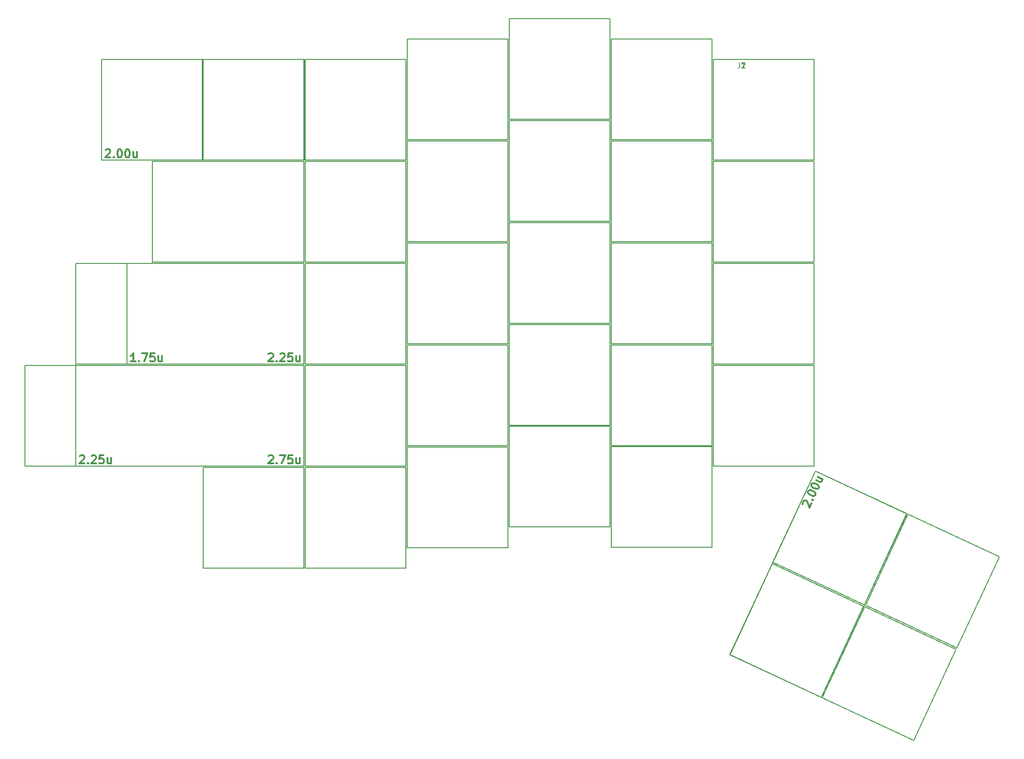
<source format=gbr>
G04 #@! TF.GenerationSoftware,KiCad,Pcbnew,(5.1.5)-3*
G04 #@! TF.CreationDate,2020-01-18T12:56:56+05:30*
G04 #@! TF.ProjectId,ergocape,6572676f-6361-4706-952e-6b696361645f,rev?*
G04 #@! TF.SameCoordinates,Original*
G04 #@! TF.FileFunction,OtherDrawing,Comment*
%FSLAX46Y46*%
G04 Gerber Fmt 4.6, Leading zero omitted, Abs format (unit mm)*
G04 Created by KiCad (PCBNEW (5.1.5)-3) date 2020-01-18 12:56:56*
%MOMM*%
%LPD*%
G04 APERTURE LIST*
%ADD10C,0.152400*%
%ADD11C,0.304800*%
%ADD12C,0.150000*%
G04 APERTURE END LIST*
D10*
X74486820Y-106235500D02*
X74486820Y-87439500D01*
X22350780Y-106235500D02*
X74486820Y-106235500D01*
X22350780Y-87439500D02*
X22350780Y-106235500D01*
X74486820Y-87439500D02*
X22350780Y-87439500D01*
X74739500Y-49085500D02*
X74739500Y-30289500D01*
X93535500Y-49085500D02*
X74739500Y-49085500D01*
X93535500Y-30289500D02*
X93535500Y-49085500D01*
X74739500Y-30289500D02*
X93535500Y-30289500D01*
X74485500Y-68135500D02*
X74485500Y-49339500D01*
X46164500Y-68135500D02*
X74485500Y-68135500D01*
X46164500Y-49339500D02*
X46164500Y-68135500D01*
X74485500Y-49339500D02*
X46164500Y-49339500D01*
X171259753Y-149553714D02*
X179203286Y-132518753D01*
X188294714Y-157497247D02*
X171259753Y-149553714D01*
X196238247Y-140462286D02*
X188294714Y-157497247D01*
X179203286Y-132518753D02*
X196238247Y-140462286D01*
X93790000Y-45275500D02*
X93790000Y-26479500D01*
X112586000Y-45275500D02*
X93790000Y-45275500D01*
X112586000Y-26479500D02*
X112586000Y-45275500D01*
X93790000Y-26479500D02*
X112586000Y-26479500D01*
X112840000Y-41465500D02*
X112840000Y-22669500D01*
X131636000Y-41465500D02*
X112840000Y-41465500D01*
X131636000Y-22669500D02*
X131636000Y-41465500D01*
X112840000Y-22669500D02*
X131636000Y-22669500D01*
X131890000Y-45275500D02*
X131890000Y-26479500D01*
X150686000Y-45275500D02*
X131890000Y-45275500D01*
X150686000Y-26479500D02*
X150686000Y-45275500D01*
X131890000Y-26479500D02*
X150686000Y-26479500D01*
X150940000Y-49085500D02*
X150940000Y-30289500D01*
X169736000Y-49085500D02*
X150940000Y-49085500D01*
X169736000Y-30289500D02*
X169736000Y-49085500D01*
X150940000Y-30289500D02*
X169736000Y-30289500D01*
X74739500Y-87185500D02*
X74739500Y-68389500D01*
X93535500Y-87185500D02*
X74739500Y-87185500D01*
X93535500Y-68389500D02*
X93535500Y-87185500D01*
X74739500Y-68389500D02*
X93535500Y-68389500D01*
X74739500Y-125286000D02*
X74739500Y-106490000D01*
X93535500Y-125286000D02*
X74739500Y-125286000D01*
X93535500Y-106490000D02*
X93535500Y-125286000D01*
X74739500Y-106490000D02*
X93535500Y-106490000D01*
X150940000Y-106235500D02*
X150940000Y-87439500D01*
X169736000Y-106235500D02*
X150940000Y-106235500D01*
X169736000Y-87439500D02*
X169736000Y-106235500D01*
X150940000Y-87439500D02*
X169736000Y-87439500D01*
X112776000Y-117602000D02*
X112776000Y-98806000D01*
X131572000Y-117602000D02*
X112776000Y-117602000D01*
X131572000Y-98806000D02*
X131572000Y-117602000D01*
X112776000Y-98806000D02*
X131572000Y-98806000D01*
X131826000Y-121412000D02*
X131826000Y-102616000D01*
X150622000Y-121412000D02*
X131826000Y-121412000D01*
X150622000Y-102616000D02*
X150622000Y-121412000D01*
X131826000Y-102616000D02*
X150622000Y-102616000D01*
X112840000Y-98615500D02*
X112840000Y-79819500D01*
X131636000Y-98615500D02*
X112840000Y-98615500D01*
X131636000Y-79819500D02*
X131636000Y-98615500D01*
X112840000Y-79819500D02*
X131636000Y-79819500D01*
X41400780Y-87185500D02*
X41400780Y-68389500D01*
X74486820Y-87185500D02*
X41400780Y-87185500D01*
X74486820Y-68389500D02*
X74486820Y-87185500D01*
X41400780Y-68389500D02*
X74486820Y-68389500D01*
X55689500Y-125286000D02*
X55689500Y-106490000D01*
X74485500Y-125286000D02*
X55689500Y-125286000D01*
X74485500Y-106490000D02*
X74485500Y-125286000D01*
X55689500Y-106490000D02*
X74485500Y-106490000D01*
X112840000Y-79565500D02*
X112840000Y-60769500D01*
X131636000Y-79565500D02*
X112840000Y-79565500D01*
X131636000Y-60769500D02*
X131636000Y-79565500D01*
X112840000Y-60769500D02*
X131636000Y-60769500D01*
X112840000Y-60515500D02*
X112840000Y-41719500D01*
X131636000Y-60515500D02*
X112840000Y-60515500D01*
X131636000Y-41719500D02*
X131636000Y-60515500D01*
X112840000Y-41719500D02*
X131636000Y-41719500D01*
X74486720Y-87185500D02*
X74486720Y-68389500D01*
X31875680Y-87185500D02*
X74486720Y-87185500D01*
X31875680Y-68389500D02*
X31875680Y-87185500D01*
X74486720Y-68389500D02*
X31875680Y-68389500D01*
X55689500Y-49085500D02*
X55689500Y-30289500D01*
X74485500Y-49085500D02*
X55689500Y-49085500D01*
X74485500Y-30289500D02*
X74485500Y-49085500D01*
X55689500Y-30289500D02*
X74485500Y-30289500D01*
X131890000Y-83375500D02*
X131890000Y-64579500D01*
X150686000Y-83375500D02*
X131890000Y-83375500D01*
X150686000Y-64579500D02*
X150686000Y-83375500D01*
X131890000Y-64579500D02*
X150686000Y-64579500D01*
X150940000Y-87185500D02*
X150940000Y-68389500D01*
X169736000Y-87185500D02*
X150940000Y-87185500D01*
X169736000Y-68389500D02*
X169736000Y-87185500D01*
X150940000Y-68389500D02*
X169736000Y-68389500D01*
X74739500Y-68135500D02*
X74739500Y-49339500D01*
X93535500Y-68135500D02*
X74739500Y-68135500D01*
X93535500Y-49339500D02*
X93535500Y-68135500D01*
X74739500Y-49339500D02*
X93535500Y-49339500D01*
X131890000Y-64325500D02*
X131890000Y-45529500D01*
X150686000Y-64325500D02*
X131890000Y-64325500D01*
X150686000Y-45529500D02*
X150686000Y-64325500D01*
X131890000Y-45529500D02*
X150686000Y-45529500D01*
X93790000Y-83375500D02*
X93790000Y-64579500D01*
X112586000Y-83375500D02*
X93790000Y-83375500D01*
X112586000Y-64579500D02*
X112586000Y-83375500D01*
X93790000Y-64579500D02*
X112586000Y-64579500D01*
X31875680Y-106235500D02*
X31875680Y-87439500D01*
X74486720Y-106235500D02*
X31875680Y-106235500D01*
X74486720Y-87439500D02*
X74486720Y-106235500D01*
X31875680Y-87439500D02*
X74486720Y-87439500D01*
X150940000Y-68135500D02*
X150940000Y-49339500D01*
X169736000Y-68135500D02*
X150940000Y-68135500D01*
X169736000Y-49339500D02*
X169736000Y-68135500D01*
X150940000Y-49339500D02*
X169736000Y-49339500D01*
X179309753Y-132288714D02*
X187253286Y-115253753D01*
X196344714Y-140232247D02*
X179309753Y-132288714D01*
X204288247Y-123197286D02*
X196344714Y-140232247D01*
X187253286Y-115253753D02*
X204288247Y-123197286D01*
X131890000Y-102425500D02*
X131890000Y-83629500D01*
X150686000Y-102425500D02*
X131890000Y-102425500D01*
X150686000Y-83629500D02*
X150686000Y-102425500D01*
X131890000Y-83629500D02*
X150686000Y-83629500D01*
X93790000Y-64325500D02*
X93790000Y-45529500D01*
X112586000Y-64325500D02*
X93790000Y-64325500D01*
X112586000Y-45529500D02*
X112586000Y-64325500D01*
X93790000Y-45529500D02*
X112586000Y-45529500D01*
X93790000Y-121476000D02*
X93790000Y-102680000D01*
X112586000Y-121476000D02*
X93790000Y-121476000D01*
X112586000Y-102680000D02*
X112586000Y-121476000D01*
X93790000Y-102680000D02*
X112586000Y-102680000D01*
X93790000Y-102425500D02*
X93790000Y-83629500D01*
X112586000Y-102425500D02*
X93790000Y-102425500D01*
X112586000Y-83629500D02*
X112586000Y-102425500D01*
X93790000Y-83629500D02*
X112586000Y-83629500D01*
X74739500Y-106235500D02*
X74739500Y-87439500D01*
X93535500Y-106235500D02*
X74739500Y-106235500D01*
X93535500Y-87439500D02*
X93535500Y-106235500D01*
X74739500Y-87439500D02*
X93535500Y-87439500D01*
X162032753Y-124225714D02*
X169976286Y-107190753D01*
X179067714Y-132169247D02*
X162032753Y-124225714D01*
X187011247Y-115134286D02*
X179067714Y-132169247D01*
X169976286Y-107190753D02*
X187011247Y-115134286D01*
X178960247Y-132399286D02*
X171016714Y-149434247D01*
X161925286Y-124455753D02*
X178960247Y-132399286D01*
X153981753Y-141490714D02*
X161925286Y-124455753D01*
X171016714Y-149434247D02*
X153981753Y-141490714D01*
X169988725Y-107202171D02*
X187023686Y-115145704D01*
X153994314Y-141502296D02*
X169988725Y-107202171D01*
X171029275Y-149445829D02*
X153994314Y-141502296D01*
X187023686Y-115145704D02*
X171029275Y-149445829D01*
X36703000Y-49085500D02*
X36703000Y-30289500D01*
X74549000Y-49085500D02*
X36703000Y-49085500D01*
X74549000Y-30289500D02*
X74549000Y-49085500D01*
X36703000Y-30289500D02*
X74549000Y-30289500D01*
X36652200Y-49098200D02*
X36652200Y-30302200D01*
X55448200Y-49098200D02*
X36652200Y-49098200D01*
X55448200Y-30302200D02*
X55448200Y-49098200D01*
X36652200Y-30302200D02*
X55448200Y-30302200D01*
D11*
X67864677Y-104403071D02*
X67937248Y-104330500D01*
X68082391Y-104257928D01*
X68445248Y-104257928D01*
X68590391Y-104330500D01*
X68662962Y-104403071D01*
X68735534Y-104548214D01*
X68735534Y-104693357D01*
X68662962Y-104911071D01*
X67792105Y-105781928D01*
X68735534Y-105781928D01*
X69388677Y-105636785D02*
X69461248Y-105709357D01*
X69388677Y-105781928D01*
X69316105Y-105709357D01*
X69388677Y-105636785D01*
X69388677Y-105781928D01*
X69969248Y-104257928D02*
X70985248Y-104257928D01*
X70332105Y-105781928D01*
X72291534Y-104257928D02*
X71565820Y-104257928D01*
X71493248Y-104983642D01*
X71565820Y-104911071D01*
X71710962Y-104838500D01*
X72073820Y-104838500D01*
X72218962Y-104911071D01*
X72291534Y-104983642D01*
X72364105Y-105128785D01*
X72364105Y-105491642D01*
X72291534Y-105636785D01*
X72218962Y-105709357D01*
X72073820Y-105781928D01*
X71710962Y-105781928D01*
X71565820Y-105709357D01*
X71493248Y-105636785D01*
X73670391Y-104765928D02*
X73670391Y-105781928D01*
X73017248Y-104765928D02*
X73017248Y-105564214D01*
X73089820Y-105709357D01*
X73234962Y-105781928D01*
X73452677Y-105781928D01*
X73597820Y-105709357D01*
X73670391Y-105636785D01*
X43015494Y-86731928D02*
X42144637Y-86731928D01*
X42580065Y-86731928D02*
X42580065Y-85207928D01*
X42434922Y-85425642D01*
X42289780Y-85570785D01*
X42144637Y-85643357D01*
X43668637Y-86586785D02*
X43741208Y-86659357D01*
X43668637Y-86731928D01*
X43596065Y-86659357D01*
X43668637Y-86586785D01*
X43668637Y-86731928D01*
X44249208Y-85207928D02*
X45265208Y-85207928D01*
X44612065Y-86731928D01*
X46571494Y-85207928D02*
X45845780Y-85207928D01*
X45773208Y-85933642D01*
X45845780Y-85861071D01*
X45990922Y-85788500D01*
X46353780Y-85788500D01*
X46498922Y-85861071D01*
X46571494Y-85933642D01*
X46644065Y-86078785D01*
X46644065Y-86441642D01*
X46571494Y-86586785D01*
X46498922Y-86659357D01*
X46353780Y-86731928D01*
X45990922Y-86731928D01*
X45845780Y-86659357D01*
X45773208Y-86586785D01*
X47950351Y-85715928D02*
X47950351Y-86731928D01*
X47297208Y-85715928D02*
X47297208Y-86514214D01*
X47369780Y-86659357D01*
X47514922Y-86731928D01*
X47732637Y-86731928D01*
X47877780Y-86659357D01*
X47950351Y-86586785D01*
X67864577Y-85353071D02*
X67937148Y-85280500D01*
X68082291Y-85207928D01*
X68445148Y-85207928D01*
X68590291Y-85280500D01*
X68662862Y-85353071D01*
X68735434Y-85498214D01*
X68735434Y-85643357D01*
X68662862Y-85861071D01*
X67792005Y-86731928D01*
X68735434Y-86731928D01*
X69388577Y-86586785D02*
X69461148Y-86659357D01*
X69388577Y-86731928D01*
X69316005Y-86659357D01*
X69388577Y-86586785D01*
X69388577Y-86731928D01*
X70041720Y-85353071D02*
X70114291Y-85280500D01*
X70259434Y-85207928D01*
X70622291Y-85207928D01*
X70767434Y-85280500D01*
X70840005Y-85353071D01*
X70912577Y-85498214D01*
X70912577Y-85643357D01*
X70840005Y-85861071D01*
X69969148Y-86731928D01*
X70912577Y-86731928D01*
X72291434Y-85207928D02*
X71565720Y-85207928D01*
X71493148Y-85933642D01*
X71565720Y-85861071D01*
X71710862Y-85788500D01*
X72073720Y-85788500D01*
X72218862Y-85861071D01*
X72291434Y-85933642D01*
X72364005Y-86078785D01*
X72364005Y-86441642D01*
X72291434Y-86586785D01*
X72218862Y-86659357D01*
X72073720Y-86731928D01*
X71710862Y-86731928D01*
X71565720Y-86659357D01*
X71493148Y-86586785D01*
X73670291Y-85715928D02*
X73670291Y-86731928D01*
X73017148Y-85715928D02*
X73017148Y-86514214D01*
X73089720Y-86659357D01*
X73234862Y-86731928D01*
X73452577Y-86731928D01*
X73597720Y-86659357D01*
X73670291Y-86586785D01*
X32619537Y-104403071D02*
X32692108Y-104330500D01*
X32837251Y-104257928D01*
X33200108Y-104257928D01*
X33345251Y-104330500D01*
X33417822Y-104403071D01*
X33490394Y-104548214D01*
X33490394Y-104693357D01*
X33417822Y-104911071D01*
X32546965Y-105781928D01*
X33490394Y-105781928D01*
X34143537Y-105636785D02*
X34216108Y-105709357D01*
X34143537Y-105781928D01*
X34070965Y-105709357D01*
X34143537Y-105636785D01*
X34143537Y-105781928D01*
X34796680Y-104403071D02*
X34869251Y-104330500D01*
X35014394Y-104257928D01*
X35377251Y-104257928D01*
X35522394Y-104330500D01*
X35594965Y-104403071D01*
X35667537Y-104548214D01*
X35667537Y-104693357D01*
X35594965Y-104911071D01*
X34724108Y-105781928D01*
X35667537Y-105781928D01*
X37046394Y-104257928D02*
X36320680Y-104257928D01*
X36248108Y-104983642D01*
X36320680Y-104911071D01*
X36465822Y-104838500D01*
X36828680Y-104838500D01*
X36973822Y-104911071D01*
X37046394Y-104983642D01*
X37118965Y-105128785D01*
X37118965Y-105491642D01*
X37046394Y-105636785D01*
X36973822Y-105709357D01*
X36828680Y-105781928D01*
X36465822Y-105781928D01*
X36320680Y-105709357D01*
X36248108Y-105636785D01*
X38425251Y-104765928D02*
X38425251Y-105781928D01*
X37772108Y-104765928D02*
X37772108Y-105564214D01*
X37844680Y-105709357D01*
X37989822Y-105781928D01*
X38207537Y-105781928D01*
X38352680Y-105709357D01*
X38425251Y-105636785D01*
X167601162Y-113395558D02*
X167566060Y-113299116D01*
X167561628Y-113136902D01*
X167714978Y-112808042D01*
X167842090Y-112707168D01*
X167938532Y-112672066D01*
X168100746Y-112667634D01*
X168232290Y-112728974D01*
X168398936Y-112886756D01*
X168820161Y-114044061D01*
X169218871Y-113189024D01*
X169363357Y-112535736D02*
X169459799Y-112500634D01*
X169494901Y-112597076D01*
X169398459Y-112632178D01*
X169363357Y-112535736D01*
X169494901Y-112597076D01*
X168543068Y-111032197D02*
X168604408Y-110900653D01*
X168731520Y-110799778D01*
X168827962Y-110764676D01*
X168990176Y-110760244D01*
X169283934Y-110817152D01*
X169612795Y-110970502D01*
X169845213Y-111158955D01*
X169946087Y-111286067D01*
X169981189Y-111382509D01*
X169985621Y-111544723D01*
X169924281Y-111676267D01*
X169797169Y-111777141D01*
X169700727Y-111812243D01*
X169538513Y-111816675D01*
X169244754Y-111759767D01*
X168915894Y-111606417D01*
X168683476Y-111417965D01*
X168582602Y-111290853D01*
X168547500Y-111194411D01*
X168543068Y-111032197D01*
X169156468Y-109716756D02*
X169217808Y-109585212D01*
X169344920Y-109484337D01*
X169441362Y-109449235D01*
X169603576Y-109444803D01*
X169897335Y-109501711D01*
X170226195Y-109655061D01*
X170458613Y-109843514D01*
X170559487Y-109970626D01*
X170594589Y-110067068D01*
X170599021Y-110229282D01*
X170537681Y-110360826D01*
X170410569Y-110461700D01*
X170314127Y-110496802D01*
X170151913Y-110501234D01*
X169858155Y-110444326D01*
X169529294Y-110290976D01*
X169296876Y-110102524D01*
X169196002Y-109975412D01*
X169160900Y-109878970D01*
X169156468Y-109716756D01*
X170383623Y-108287144D02*
X171304431Y-108716525D01*
X170107593Y-108879093D02*
X170831085Y-109216463D01*
X170993299Y-109212031D01*
X171120411Y-109111157D01*
X171212421Y-108913841D01*
X171207989Y-108751627D01*
X171172887Y-108655185D01*
D12*
X155828666Y-30881080D02*
X155828666Y-31595366D01*
X155781047Y-31738223D01*
X155685809Y-31833461D01*
X155542952Y-31881080D01*
X155447714Y-31881080D01*
X156828666Y-31881080D02*
X156257238Y-31881080D01*
X156542952Y-31881080D02*
X156542952Y-30881080D01*
X156447714Y-31023938D01*
X156352476Y-31119176D01*
X156257238Y-31166795D01*
X155828666Y-30881080D02*
X155828666Y-31595366D01*
X155781047Y-31738223D01*
X155685809Y-31833461D01*
X155542952Y-31881080D01*
X155447714Y-31881080D01*
X156257238Y-30976319D02*
X156304857Y-30928700D01*
X156400095Y-30881080D01*
X156638190Y-30881080D01*
X156733428Y-30928700D01*
X156781047Y-30976319D01*
X156828666Y-31071557D01*
X156828666Y-31166795D01*
X156781047Y-31309652D01*
X156209619Y-31881080D01*
X156828666Y-31881080D01*
D11*
X37446857Y-47253071D02*
X37519428Y-47180500D01*
X37664571Y-47107928D01*
X38027428Y-47107928D01*
X38172571Y-47180500D01*
X38245142Y-47253071D01*
X38317714Y-47398214D01*
X38317714Y-47543357D01*
X38245142Y-47761071D01*
X37374285Y-48631928D01*
X38317714Y-48631928D01*
X38970857Y-48486785D02*
X39043428Y-48559357D01*
X38970857Y-48631928D01*
X38898285Y-48559357D01*
X38970857Y-48486785D01*
X38970857Y-48631928D01*
X39986857Y-47107928D02*
X40132000Y-47107928D01*
X40277142Y-47180500D01*
X40349714Y-47253071D01*
X40422285Y-47398214D01*
X40494857Y-47688500D01*
X40494857Y-48051357D01*
X40422285Y-48341642D01*
X40349714Y-48486785D01*
X40277142Y-48559357D01*
X40132000Y-48631928D01*
X39986857Y-48631928D01*
X39841714Y-48559357D01*
X39769142Y-48486785D01*
X39696571Y-48341642D01*
X39624000Y-48051357D01*
X39624000Y-47688500D01*
X39696571Y-47398214D01*
X39769142Y-47253071D01*
X39841714Y-47180500D01*
X39986857Y-47107928D01*
X41438285Y-47107928D02*
X41583428Y-47107928D01*
X41728571Y-47180500D01*
X41801142Y-47253071D01*
X41873714Y-47398214D01*
X41946285Y-47688500D01*
X41946285Y-48051357D01*
X41873714Y-48341642D01*
X41801142Y-48486785D01*
X41728571Y-48559357D01*
X41583428Y-48631928D01*
X41438285Y-48631928D01*
X41293142Y-48559357D01*
X41220571Y-48486785D01*
X41148000Y-48341642D01*
X41075428Y-48051357D01*
X41075428Y-47688500D01*
X41148000Y-47398214D01*
X41220571Y-47253071D01*
X41293142Y-47180500D01*
X41438285Y-47107928D01*
X43252571Y-47615928D02*
X43252571Y-48631928D01*
X42599428Y-47615928D02*
X42599428Y-48414214D01*
X42672000Y-48559357D01*
X42817142Y-48631928D01*
X43034857Y-48631928D01*
X43180000Y-48559357D01*
X43252571Y-48486785D01*
M02*

</source>
